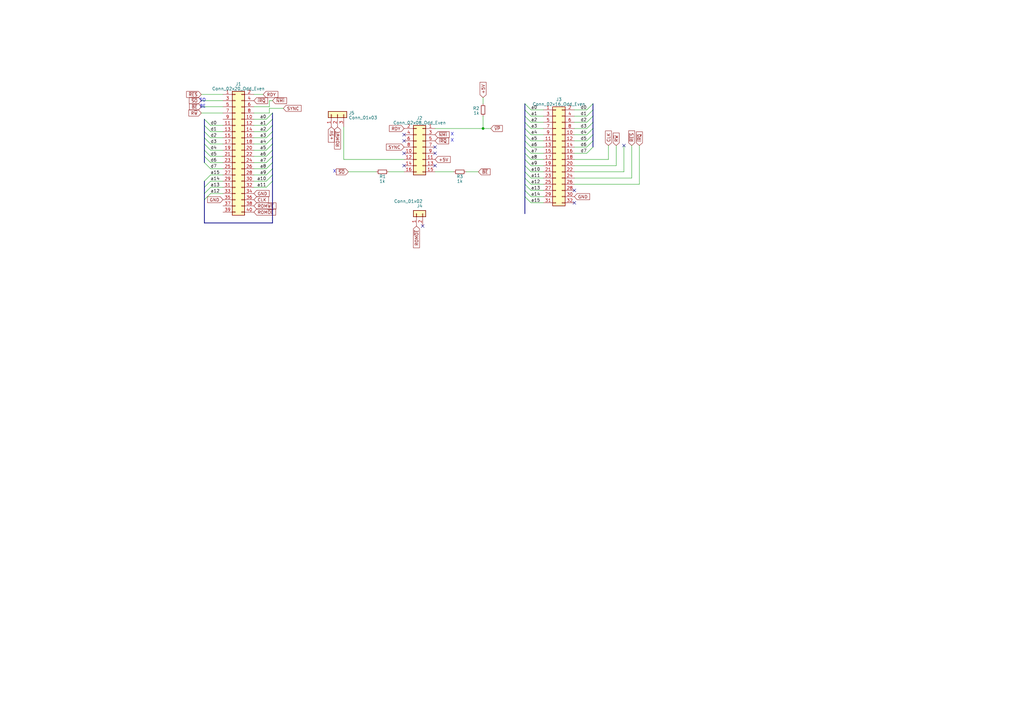
<source format=kicad_sch>
(kicad_sch (version 20230121) (generator eeschema)
  (paper "A3")
  (title_block (title "AT65C02 Hobby Computer") (date "2023-03-15") (rev "Rev003") (company "This AT65C02 version by AdamT117. ") (comment 1 "Revisions to Dawid Buchwald design and additions as marked. ") (comment 2 "Tebl for the Blinkies. Daryl Rictor for the DEC-1 design.") (comment 3 "Based on Ben Eater's design. AndersBNielsen for the \"Simple Universal Modem\" design.") (comment 4 "Original Author: Dawid Buchwald with AT65C02 additions"))
  (lib_symbols
    (symbol "Connector_Generic:Conn_01x02" (pin_names (offset 1.016) hide)
      (property "Reference" "J" (at 0 2.54 0))
      (property "Value" "Conn_01x02" (at 0 -5.08 0))
      (symbol "Conn_01x02_1_1"
        (rectangle (start -1.27 -2.413) (end 0 -2.667) (stroke (width 0.1524)))
        (rectangle (start -1.27 0.127) (end 0 -0.127) (stroke (width 0.1524)))
        (rectangle (start -1.27 1.27) (end 1.27 -3.81) (stroke (width 0.254)) (fill (type background)))
        (pin passive line (at -5.08 0 0) (length 3.81) (name "Pin_1") (number "1"))
        (pin passive line (at -5.08 -2.54 0) (length 3.81) (name "Pin_2") (number "2"))
      )
    )
    (symbol "Connector_Generic:Conn_01x03" (pin_names (offset 1.016) hide)
      (property "Reference" "J" (at 0 5.08 0))
      (property "Value" "Conn_01x03" (at 0 -5.08 0))
      (symbol "Conn_01x03_1_1"
        (rectangle (start -1.27 -2.413) (end 0 -2.667) (stroke (width 0.1524)))
        (rectangle (start -1.27 0.127) (end 0 -0.127) (stroke (width 0.1524)))
        (rectangle (start -1.27 2.667) (end 0 2.413) (stroke (width 0.1524)))
        (rectangle (start -1.27 3.81) (end 1.27 -3.81) (stroke (width 0.254)) (fill (type background)))
        (pin passive line (at -5.08 2.54 0) (length 3.81) (name "Pin_1") (number "1"))
        (pin passive line (at -5.08 0 0) (length 3.81) (name "Pin_2") (number "2"))
        (pin passive line (at -5.08 -2.54 0) (length 3.81) (name "Pin_3") (number "3"))
      )
    )
    (symbol "Connector_Generic:Conn_02x08_Odd_Even" (pin_names (offset 1.016) hide)
      (property "Reference" "J" (at 1.27 10.16 0))
      (property "Value" "Conn_02x08_Odd_Even" (at 1.27 -12.7 0))
      (symbol "Conn_02x08_Odd_Even_1_1"
        (rectangle (start -1.27 -10.033) (end 0 -10.287) (stroke (width 0.1524)))
        (rectangle (start -1.27 -7.493) (end 0 -7.747) (stroke (width 0.1524)))
        (rectangle (start -1.27 -4.953) (end 0 -5.207) (stroke (width 0.1524)))
        (rectangle (start -1.27 -2.413) (end 0 -2.667) (stroke (width 0.1524)))
        (rectangle (start -1.27 0.127) (end 0 -0.127) (stroke (width 0.1524)))
        (rectangle (start -1.27 2.667) (end 0 2.413) (stroke (width 0.1524)))
        (rectangle (start -1.27 5.207) (end 0 4.953) (stroke (width 0.1524)))
        (rectangle (start -1.27 7.747) (end 0 7.493) (stroke (width 0.1524)))
        (rectangle (start -1.27 8.89) (end 3.81 -11.43) (stroke (width 0.254)) (fill (type background)))
        (rectangle (start 3.81 -10.033) (end 2.54 -10.287) (stroke (width 0.1524)))
        (rectangle (start 3.81 -7.493) (end 2.54 -7.747) (stroke (width 0.1524)))
        (rectangle (start 3.81 -4.953) (end 2.54 -5.207) (stroke (width 0.1524)))
        (rectangle (start 3.81 -2.413) (end 2.54 -2.667) (stroke (width 0.1524)))
        (rectangle (start 3.81 0.127) (end 2.54 -0.127) (stroke (width 0.1524)))
        (rectangle (start 3.81 2.667) (end 2.54 2.413) (stroke (width 0.1524)))
        (rectangle (start 3.81 5.207) (end 2.54 4.953) (stroke (width 0.1524)))
        (rectangle (start 3.81 7.747) (end 2.54 7.493) (stroke (width 0.1524)))
        (pin passive line (at -5.08 7.62 0) (length 3.81) (name "Pin_1") (number "1"))
        (pin passive line (at 7.62 -2.54 180) (length 3.81) (name "Pin_10") (number "10"))
        (pin passive line (at -5.08 -5.08 0) (length 3.81) (name "Pin_11") (number "11"))
        (pin passive line (at 7.62 -5.08 180) (length 3.81) (name "Pin_12") (number "12"))
        (pin passive line (at -5.08 -7.62 0) (length 3.81) (name "Pin_13") (number "13"))
        (pin passive line (at 7.62 -7.62 180) (length 3.81) (name "Pin_14") (number "14"))
        (pin passive line (at -5.08 -10.16 0) (length 3.81) (name "Pin_15") (number "15"))
        (pin passive line (at 7.62 -10.16 180) (length 3.81) (name "Pin_16") (number "16"))
        (pin passive line (at 7.62 7.62 180) (length 3.81) (name "Pin_2") (number "2"))
        (pin passive line (at -5.08 5.08 0) (length 3.81) (name "Pin_3") (number "3"))
        (pin passive line (at 7.62 5.08 180) (length 3.81) (name "Pin_4") (number "4"))
        (pin passive line (at -5.08 2.54 0) (length 3.81) (name "Pin_5") (number "5"))
        (pin passive line (at 7.62 2.54 180) (length 3.81) (name "Pin_6") (number "6"))
        (pin passive line (at -5.08 0 0) (length 3.81) (name "Pin_7") (number "7"))
        (pin passive line (at 7.62 0 180) (length 3.81) (name "Pin_8") (number "8"))
        (pin passive line (at -5.08 -2.54 0) (length 3.81) (name "Pin_9") (number "9"))
      )
    )
    (symbol "Connector_Generic:Conn_02x16_Odd_Even" (pin_names (offset 1.016) hide)
      (property "Reference" "J" (at 1.27 20.32 0))
      (property "Value" "Conn_02x16_Odd_Even" (at 1.27 -22.86 0))
      (symbol "Conn_02x16_Odd_Even_1_1"
        (rectangle (start -1.27 -20.193) (end 0 -20.447) (stroke (width 0.1524)))
        (rectangle (start -1.27 -17.653) (end 0 -17.907) (stroke (width 0.1524)))
        (rectangle (start -1.27 -15.113) (end 0 -15.367) (stroke (width 0.1524)))
        (rectangle (start -1.27 -12.573) (end 0 -12.827) (stroke (width 0.1524)))
        (rectangle (start -1.27 -10.033) (end 0 -10.287) (stroke (width 0.1524)))
        (rectangle (start -1.27 -7.493) (end 0 -7.747) (stroke (width 0.1524)))
        (rectangle (start -1.27 -4.953) (end 0 -5.207) (stroke (width 0.1524)))
        (rectangle (start -1.27 -2.413) (end 0 -2.667) (stroke (width 0.1524)))
        (rectangle (start -1.27 0.127) (end 0 -0.127) (stroke (width 0.1524)))
        (rectangle (start -1.27 2.667) (end 0 2.413) (stroke (width 0.1524)))
        (rectangle (start -1.27 5.207) (end 0 4.953) (stroke (width 0.1524)))
        (rectangle (start -1.27 7.747) (end 0 7.493) (stroke (width 0.1524)))
        (rectangle (start -1.27 10.287) (end 0 10.033) (stroke (width 0.1524)))
        (rectangle (start -1.27 12.827) (end 0 12.573) (stroke (width 0.1524)))
        (rectangle (start -1.27 15.367) (end 0 15.113) (stroke (width 0.1524)))
        (rectangle (start -1.27 17.907) (end 0 17.653) (stroke (width 0.1524)))
        (rectangle (start -1.27 19.05) (end 3.81 -21.59) (stroke (width 0.254)) (fill (type background)))
        (rectangle (start 3.81 -20.193) (end 2.54 -20.447) (stroke (width 0.1524)))
        (rectangle (start 3.81 -17.653) (end 2.54 -17.907) (stroke (width 0.1524)))
        (rectangle (start 3.81 -15.113) (end 2.54 -15.367) (stroke (width 0.1524)))
        (rectangle (start 3.81 -12.573) (end 2.54 -12.827) (stroke (width 0.1524)))
        (rectangle (start 3.81 -10.033) (end 2.54 -10.287) (stroke (width 0.1524)))
        (rectangle (start 3.81 -7.493) (end 2.54 -7.747) (stroke (width 0.1524)))
        (rectangle (start 3.81 -4.953) (end 2.54 -5.207) (stroke (width 0.1524)))
        (rectangle (start 3.81 -2.413) (end 2.54 -2.667) (stroke (width 0.1524)))
        (rectangle (start 3.81 0.127) (end 2.54 -0.127) (stroke (width 0.1524)))
        (rectangle (start 3.81 2.667) (end 2.54 2.413) (stroke (width 0.1524)))
        (rectangle (start 3.81 5.207) (end 2.54 4.953) (stroke (width 0.1524)))
        (rectangle (start 3.81 7.747) (end 2.54 7.493) (stroke (width 0.1524)))
        (rectangle (start 3.81 10.287) (end 2.54 10.033) (stroke (width 0.1524)))
        (rectangle (start 3.81 12.827) (end 2.54 12.573) (stroke (width 0.1524)))
        (rectangle (start 3.81 15.367) (end 2.54 15.113) (stroke (width 0.1524)))
        (rectangle (start 3.81 17.907) (end 2.54 17.653) (stroke (width 0.1524)))
        (pin passive line (at -5.08 17.78 0) (length 3.81) (name "Pin_1") (number "1"))
        (pin passive line (at 7.62 7.62 180) (length 3.81) (name "Pin_10") (number "10"))
        (pin passive line (at -5.08 5.08 0) (length 3.81) (name "Pin_11") (number "11"))
        (pin passive line (at 7.62 5.08 180) (length 3.81) (name "Pin_12") (number "12"))
        (pin passive line (at -5.08 2.54 0) (length 3.81) (name "Pin_13") (number "13"))
        (pin passive line (at 7.62 2.54 180) (length 3.81) (name "Pin_14") (number "14"))
        (pin passive line (at -5.08 0 0) (length 3.81) (name "Pin_15") (number "15"))
        (pin passive line (at 7.62 0 180) (length 3.81) (name "Pin_16") (number "16"))
        (pin passive line (at -5.08 -2.54 0) (length 3.81) (name "Pin_17") (number "17"))
        (pin passive line (at 7.62 -2.54 180) (length 3.81) (name "Pin_18") (number "18"))
        (pin passive line (at -5.08 -5.08 0) (length 3.81) (name "Pin_19") (number "19"))
        (pin passive line (at 7.62 17.78 180) (length 3.81) (name "Pin_2") (number "2"))
        (pin passive line (at 7.62 -5.08 180) (length 3.81) (name "Pin_20") (number "20"))
        (pin passive line (at -5.08 -7.62 0) (length 3.81) (name "Pin_21") (number "21"))
        (pin passive line (at 7.62 -7.62 180) (length 3.81) (name "Pin_22") (number "22"))
        (pin passive line (at -5.08 -10.16 0) (length 3.81) (name "Pin_23") (number "23"))
        (pin passive line (at 7.62 -10.16 180) (length 3.81) (name "Pin_24") (number "24"))
        (pin passive line (at -5.08 -12.7 0) (length 3.81) (name "Pin_25") (number "25"))
        (pin passive line (at 7.62 -12.7 180) (length 3.81) (name "Pin_26") (number "26"))
        (pin passive line (at -5.08 -15.24 0) (length 3.81) (name "Pin_27") (number "27"))
        (pin passive line (at 7.62 -15.24 180) (length 3.81) (name "Pin_28") (number "28"))
        (pin passive line (at -5.08 -17.78 0) (length 3.81) (name "Pin_29") (number "29"))
        (pin passive line (at -5.08 15.24 0) (length 3.81) (name "Pin_3") (number "3"))
        (pin passive line (at 7.62 -17.78 180) (length 3.81) (name "Pin_30") (number "30"))
        (pin passive line (at -5.08 -20.32 0) (length 3.81) (name "Pin_31") (number "31"))
        (pin passive line (at 7.62 -20.32 180) (length 3.81) (name "Pin_32") (number "32"))
        (pin passive line (at 7.62 15.24 180) (length 3.81) (name "Pin_4") (number "4"))
        (pin passive line (at -5.08 12.7 0) (length 3.81) (name "Pin_5") (number "5"))
        (pin passive line (at 7.62 12.7 180) (length 3.81) (name "Pin_6") (number "6"))
        (pin passive line (at -5.08 10.16 0) (length 3.81) (name "Pin_7") (number "7"))
        (pin passive line (at 7.62 10.16 180) (length 3.81) (name "Pin_8") (number "8"))
        (pin passive line (at -5.08 7.62 0) (length 3.81) (name "Pin_9") (number "9"))
      )
    )
    (symbol "Connector_Generic:Conn_02x20_Odd_Even" (pin_names (offset 1.016) hide)
      (property "Reference" "J" (at 1.27 25.4 0))
      (property "Value" "Conn_02x20_Odd_Even" (at 1.27 -27.94 0))
      (symbol "Conn_02x20_Odd_Even_1_1"
        (rectangle (start -1.27 -25.273) (end 0 -25.527) (stroke (width 0.1524)))
        (rectangle (start -1.27 -22.733) (end 0 -22.987) (stroke (width 0.1524)))
        (rectangle (start -1.27 -20.193) (end 0 -20.447) (stroke (width 0.1524)))
        (rectangle (start -1.27 -17.653) (end 0 -17.907) (stroke (width 0.1524)))
        (rectangle (start -1.27 -15.113) (end 0 -15.367) (stroke (width 0.1524)))
        (rectangle (start -1.27 -12.573) (end 0 -12.827) (stroke (width 0.1524)))
        (rectangle (start -1.27 -10.033) (end 0 -10.287) (stroke (width 0.1524)))
        (rectangle (start -1.27 -7.493) (end 0 -7.747) (stroke (width 0.1524)))
        (rectangle (start -1.27 -4.953) (end 0 -5.207) (stroke (width 0.1524)))
        (rectangle (start -1.27 -2.413) (end 0 -2.667) (stroke (width 0.1524)))
        (rectangle (start -1.27 0.127) (end 0 -0.127) (stroke (width 0.1524)))
        (rectangle (start -1.27 2.667) (end 0 2.413) (stroke (width 0.1524)))
        (rectangle (start -1.27 5.207) (end 0 4.953) (stroke (width 0.1524)))
        (rectangle (start -1.27 7.747) (end 0 7.493) (stroke (width 0.1524)))
        (rectangle (start -1.27 10.287) (end 0 10.033) (stroke (width 0.1524)))
        (rectangle (start -1.27 12.827) (end 0 12.573) (stroke (width 0.1524)))
        (rectangle (start -1.27 15.367) (end 0 15.113) (stroke (width 0.1524)))
        (rectangle (start -1.27 17.907) (end 0 17.653) (stroke (width 0.1524)))
        (rectangle (start -1.27 20.447) (end 0 20.193) (stroke (width 0.1524)))
        (rectangle (start -1.27 22.987) (end 0 22.733) (stroke (width 0.1524)))
        (rectangle (start -1.27 24.13) (end 3.81 -26.67) (stroke (width 0.254)) (fill (type background)))
        (rectangle (start 3.81 -25.273) (end 2.54 -25.527) (stroke (width 0.1524)))
        (rectangle (start 3.81 -22.733) (end 2.54 -22.987) (stroke (width 0.1524)))
        (rectangle (start 3.81 -20.193) (end 2.54 -20.447) (stroke (width 0.1524)))
        (rectangle (start 3.81 -17.653) (end 2.54 -17.907) (stroke (width 0.1524)))
        (rectangle (start 3.81 -15.113) (end 2.54 -15.367) (stroke (width 0.1524)))
        (rectangle (start 3.81 -12.573) (end 2.54 -12.827) (stroke (width 0.1524)))
        (rectangle (start 3.81 -10.033) (end 2.54 -10.287) (stroke (width 0.1524)))
        (rectangle (start 3.81 -7.493) (end 2.54 -7.747) (stroke (width 0.1524)))
        (rectangle (start 3.81 -4.953) (end 2.54 -5.207) (stroke (width 0.1524)))
        (rectangle (start 3.81 -2.413) (end 2.54 -2.667) (stroke (width 0.1524)))
        (rectangle (start 3.81 0.127) (end 2.54 -0.127) (stroke (width 0.1524)))
        (rectangle (start 3.81 2.667) (end 2.54 2.413) (stroke (width 0.1524)))
        (rectangle (start 3.81 5.207) (end 2.54 4.953) (stroke (width 0.1524)))
        (rectangle (start 3.81 7.747) (end 2.54 7.493) (stroke (width 0.1524)))
        (rectangle (start 3.81 10.287) (end 2.54 10.033) (stroke (width 0.1524)))
        (rectangle (start 3.81 12.827) (end 2.54 12.573) (stroke (width 0.1524)))
        (rectangle (start 3.81 15.367) (end 2.54 15.113) (stroke (width 0.1524)))
        (rectangle (start 3.81 17.907) (end 2.54 17.653) (stroke (width 0.1524)))
        (rectangle (start 3.81 20.447) (end 2.54 20.193) (stroke (width 0.1524)))
        (rectangle (start 3.81 22.987) (end 2.54 22.733) (stroke (width 0.1524)))
        (pin passive line (at -5.08 22.86 0) (length 3.81) (name "Pin_1") (number "1"))
        (pin passive line (at 7.62 12.7 180) (length 3.81) (name "Pin_10") (number "10"))
        (pin passive line (at -5.08 10.16 0) (length 3.81) (name "Pin_11") (number "11"))
        (pin passive line (at 7.62 10.16 180) (length 3.81) (name "Pin_12") (number "12"))
        (pin passive line (at -5.08 7.62 0) (length 3.81) (name "Pin_13") (number "13"))
        (pin passive line (at 7.62 7.62 180) (length 3.81) (name "Pin_14") (number "14"))
        (pin passive line (at -5.08 5.08 0) (length 3.81) (name "Pin_15") (number "15"))
        (pin passive line (at 7.62 5.08 180) (length 3.81) (name "Pin_16") (number "16"))
        (pin passive line (at -5.08 2.54 0) (length 3.81) (name "Pin_17") (number "17"))
        (pin passive line (at 7.62 2.54 180) (length 3.81) (name "Pin_18") (number "18"))
        (pin passive line (at -5.08 0 0) (length 3.81) (name "Pin_19") (number "19"))
        (pin passive line (at 7.62 22.86 180) (length 3.81) (name "Pin_2") (number "2"))
        (pin passive line (at 7.62 0 180) (length 3.81) (name "Pin_20") (number "20"))
        (pin passive line (at -5.08 -2.54 0) (length 3.81) (name "Pin_21") (number "21"))
        (pin passive line (at 7.62 -2.54 180) (length 3.81) (name "Pin_22") (number "22"))
        (pin passive line (at -5.08 -5.08 0) (length 3.81) (name "Pin_23") (number "23"))
        (pin passive line (at 7.62 -5.08 180) (length 3.81) (name "Pin_24") (number "24"))
        (pin passive line (at -5.08 -7.62 0) (length 3.81) (name "Pin_25") (number "25"))
        (pin passive line (at 7.62 -7.62 180) (length 3.81) (name "Pin_26") (number "26"))
        (pin passive line (at -5.08 -10.16 0) (length 3.81) (name "Pin_27") (number "27"))
        (pin passive line (at 7.62 -10.16 180) (length 3.81) (name "Pin_28") (number "28"))
        (pin passive line (at -5.08 -12.7 0) (length 3.81) (name "Pin_29") (number "29"))
        (pin passive line (at -5.08 20.32 0) (length 3.81) (name "Pin_3") (number "3"))
        (pin passive line (at 7.62 -12.7 180) (length 3.81) (name "Pin_30") (number "30"))
        (pin passive line (at -5.08 -15.24 0) (length 3.81) (name "Pin_31") (number "31"))
        (pin passive line (at 7.62 -15.24 180) (length 3.81) (name "Pin_32") (number "32"))
        (pin passive line (at -5.08 -17.78 0) (length 3.81) (name "Pin_33") (number "33"))
        (pin passive line (at 7.62 -17.78 180) (length 3.81) (name "Pin_34") (number "34"))
        (pin passive line (at -5.08 -20.32 0) (length 3.81) (name "Pin_35") (number "35"))
        (pin passive line (at 7.62 -20.32 180) (length 3.81) (name "Pin_36") (number "36"))
        (pin passive line (at -5.08 -22.86 0) (length 3.81) (name "Pin_37") (number "37"))
        (pin passive line (at 7.62 -22.86 180) (length 3.81) (name "Pin_38") (number "38"))
        (pin passive line (at -5.08 -25.4 0) (length 3.81) (name "Pin_39") (number "39"))
        (pin passive line (at 7.62 20.32 180) (length 3.81) (name "Pin_4") (number "4"))
        (pin passive line (at 7.62 -25.4 180) (length 3.81) (name "Pin_40") (number "40"))
        (pin passive line (at -5.08 17.78 0) (length 3.81) (name "Pin_5") (number "5"))
        (pin passive line (at 7.62 17.78 180) (length 3.81) (name "Pin_6") (number "6"))
        (pin passive line (at -5.08 15.24 0) (length 3.81) (name "Pin_7") (number "7"))
        (pin passive line (at 7.62 15.24 180) (length 3.81) (name "Pin_8") (number "8"))
        (pin passive line (at -5.08 12.7 0) (length 3.81) (name "Pin_9") (number "9"))
      )
    )
    (symbol "Device:R_Small" (pin_numbers hide) (pin_names (offset 0.254) hide)
      (property "Reference" "R" (at 0.762 0.508 0))
      (property "Value" "R_Small" (at 0.762 -1.016 0))
      (symbol "R_Small_0_1"
        (rectangle (start -0.762 1.778) (end 0.762 -1.778) (stroke (width 0.2032)))
      )
      (symbol "R_Small_1_1"
        (pin passive line (at 0 2.54 270) (length 0.762) (name "~") (number "1"))
        (pin passive line (at 0 -2.54 90) (length 0.762) (name "~") (number "2"))
      )
    )
  )
  (junction (at 198.12 52.705))
  (no_connect (at 165.735 67.945))
  (no_connect (at 173.355 92.71))
  (no_connect (at 178.435 67.945))
  (no_connect (at 255.905 59.69))
  (no_connect (at 235.585 83.185))
  (no_connect (at 235.585 78.105))
  (no_connect (at 178.435 62.865))
  (no_connect (at 165.735 57.785))
  (no_connect (at 165.735 62.865))
  (no_connect (at 165.735 55.245))
  (no_connect (at 178.435 60.325))
  (bus_entry (at 215.265 45.085) (size 2.54 2.54))
  (bus_entry (at 215.265 75.565) (size 2.54 2.54))
  (bus_entry (at 215.265 42.545) (size 2.54 2.54))
  (bus_entry (at 111.76 61.595) (size -2.54 2.54))
  (bus_entry (at 215.265 50.165) (size 2.54 2.54))
  (bus_entry (at 111.76 71.755) (size -2.54 2.54))
  (bus_entry (at 240.665 60.325) (size 2.54 -2.54))
  (bus_entry (at 111.76 56.515) (size -2.54 2.54))
  (bus_entry (at 111.76 64.135) (size -2.54 2.54))
  (bus_entry (at 240.665 62.865) (size 2.54 -2.54))
  (bus_entry (at 240.665 52.705) (size 2.54 -2.54))
  (bus_entry (at 240.665 50.165) (size 2.54 -2.54))
  (bus_entry (at 215.265 55.245) (size 2.54 2.54))
  (bus_entry (at 83.82 81.915) (size 2.54 -2.54))
  (bus_entry (at 240.665 55.245) (size 2.54 -2.54))
  (bus_entry (at 215.265 73.025) (size 2.54 2.54))
  (bus_entry (at 86.36 53.975) (size -2.54 -2.54))
  (bus_entry (at 215.265 62.865) (size 2.54 2.54))
  (bus_entry (at 215.265 70.485) (size 2.54 2.54))
  (bus_entry (at 240.665 45.085) (size 2.54 -2.54))
  (bus_entry (at 86.36 61.595) (size -2.54 -2.54))
  (bus_entry (at 86.36 59.055) (size -2.54 -2.54))
  (bus_entry (at 215.265 80.645) (size 2.54 2.54))
  (bus_entry (at 215.265 60.325) (size 2.54 2.54))
  (bus_entry (at 215.265 52.705) (size 2.54 2.54))
  (bus_entry (at 83.82 79.375) (size 2.54 -2.54))
  (bus_entry (at 111.76 51.435) (size -2.54 2.54))
  (bus_entry (at 240.665 57.785) (size 2.54 -2.54))
  (bus_entry (at 215.265 47.625) (size 2.54 2.54))
  (bus_entry (at 83.82 74.295) (size 2.54 -2.54))
  (bus_entry (at 86.36 64.135) (size -2.54 -2.54))
  (bus_entry (at 111.76 69.215) (size -2.54 2.54))
  (bus_entry (at 215.265 57.785) (size 2.54 2.54))
  (bus_entry (at 111.76 48.895) (size -2.54 2.54))
  (bus_entry (at 111.76 59.055) (size -2.54 2.54))
  (bus_entry (at 215.265 67.945) (size 2.54 2.54))
  (bus_entry (at 86.36 69.215) (size -2.54 -2.54))
  (bus_entry (at 240.665 47.625) (size 2.54 -2.54))
  (bus_entry (at 83.82 76.835) (size 2.54 -2.54))
  (bus_entry (at 86.36 56.515) (size -2.54 -2.54))
  (bus_entry (at 111.76 66.675) (size -2.54 2.54))
  (bus_entry (at 111.76 74.295) (size -2.54 2.54))
  (bus_entry (at 111.76 53.975) (size -2.54 2.54))
  (bus_entry (at 111.76 46.355) (size -2.54 2.54))
  (bus_entry (at 86.36 66.675) (size -2.54 -2.54))
  (bus_entry (at 215.265 65.405) (size 2.54 2.54))
  (bus_entry (at 86.36 51.435) (size -2.54 -2.54))
  (bus_entry (at 215.265 78.105) (size 2.54 2.54))
  (wire (pts (xy 140.97 52.07) (xy 140.97 65.405)))
  (bus (pts (xy 111.76 46.355) (xy 111.76 48.895)))
  (bus (pts (xy 111.76 56.515) (xy 111.76 59.055)))
  (bus (pts (xy 111.76 48.895) (xy 111.76 51.435)))
  (wire (pts (xy 91.44 38.735) (xy 82.55 38.735)))
  (wire (pts (xy 222.885 65.405) (xy 217.805 65.405)))
  (wire (pts (xy 91.44 43.815) (xy 82.55 43.815)))
  (wire (pts (xy 104.14 51.435) (xy 109.22 51.435)))
  (bus (pts (xy 83.82 59.055) (xy 83.82 61.595)))
  (wire (pts (xy 140.97 65.405) (xy 165.735 65.405)))
  (wire (pts (xy 91.44 69.215) (xy 86.36 69.215)))
  (wire (pts (xy 104.14 48.895) (xy 109.22 48.895)))
  (wire (pts (xy 259.08 59.69) (xy 259.08 73.025)))
  (bus (pts (xy 215.265 45.085) (xy 215.265 47.625)))
  (bus (pts (xy 215.265 78.105) (xy 215.265 80.645)))
  (wire (pts (xy 110.49 43.815) (xy 110.49 41.275)))
  (bus (pts (xy 111.76 59.055) (xy 111.76 61.595)))
  (wire (pts (xy 217.805 78.105) (xy 222.885 78.105)))
  (bus (pts (xy 215.265 57.785) (xy 215.265 60.325)))
  (wire (pts (xy 235.585 67.945) (xy 252.73 67.945)))
  (wire (pts (xy 222.885 62.865) (xy 217.805 62.865)))
  (wire (pts (xy 235.585 75.565) (xy 262.255 75.565)))
  (wire (pts (xy 235.585 62.865) (xy 240.665 62.865)))
  (bus (pts (xy 215.265 75.565) (xy 215.265 78.105)))
  (wire (pts (xy 142.875 70.485) (xy 154.305 70.485)))
  (wire (pts (xy 91.44 66.675) (xy 86.36 66.675)))
  (bus (pts (xy 215.265 60.325) (xy 215.265 62.865)))
  (wire (pts (xy 235.585 45.085) (xy 240.665 45.085)))
  (bus (pts (xy 83.82 48.895) (xy 83.82 51.435)))
  (bus (pts (xy 243.205 50.165) (xy 243.205 52.705)))
  (bus (pts (xy 215.265 55.245) (xy 215.265 57.785)))
  (wire (pts (xy 86.36 71.755) (xy 91.44 71.755)))
  (wire (pts (xy 222.885 57.785) (xy 217.805 57.785)))
  (wire (pts (xy 217.805 83.185) (xy 222.885 83.185)))
  (wire (pts (xy 91.44 46.355) (xy 82.55 46.355)))
  (wire (pts (xy 262.255 59.69) (xy 262.255 75.565)))
  (wire (pts (xy 91.44 41.275) (xy 82.55 41.275)))
  (bus (pts (xy 111.76 51.435) (xy 111.76 53.975)))
  (bus (pts (xy 83.82 81.915) (xy 83.82 91.44)))
  (wire (pts (xy 104.14 38.735) (xy 107.95 38.735)))
  (wire (pts (xy 91.44 56.515) (xy 86.36 56.515)))
  (wire (pts (xy 91.44 59.055) (xy 86.36 59.055)))
  (bus (pts (xy 83.82 79.375) (xy 83.82 76.835)))
  (bus (pts (xy 83.82 76.835) (xy 83.82 74.295)))
  (bus (pts (xy 83.82 81.915) (xy 83.82 79.375)))
  (wire (pts (xy 178.435 70.485) (xy 186.055 70.485)))
  (wire (pts (xy 104.14 76.835) (xy 109.22 76.835)))
  (bus (pts (xy 243.205 42.545) (xy 243.205 45.085)))
  (bus (pts (xy 215.265 67.945) (xy 215.265 70.485)))
  (wire (pts (xy 91.44 61.595) (xy 86.36 61.595)))
  (wire (pts (xy 235.585 47.625) (xy 240.665 47.625)))
  (wire (pts (xy 222.885 67.945) (xy 217.805 67.945)))
  (bus (pts (xy 111.76 69.215) (xy 111.76 71.755)))
  (wire (pts (xy 217.805 75.565) (xy 222.885 75.565)))
  (bus (pts (xy 111.76 71.755) (xy 111.76 74.295)))
  (wire (pts (xy 222.885 47.625) (xy 217.805 47.625)))
  (wire (pts (xy 222.885 70.485) (xy 217.805 70.485)))
  (bus (pts (xy 83.82 53.975) (xy 83.82 56.515)))
  (wire (pts (xy 235.585 57.785) (xy 240.665 57.785)))
  (wire (pts (xy 104.14 71.755) (xy 109.22 71.755)))
  (wire (pts (xy 222.885 55.245) (xy 217.805 55.245)))
  (bus (pts (xy 83.82 51.435) (xy 83.82 53.975)))
  (wire (pts (xy 86.36 79.375) (xy 91.44 79.375)))
  (wire (pts (xy 198.12 40.005) (xy 198.12 42.545)))
  (wire (pts (xy 222.885 52.705) (xy 217.805 52.705)))
  (wire (pts (xy 104.14 53.975) (xy 109.22 53.975)))
  (wire (pts (xy 235.585 52.705) (xy 240.665 52.705)))
  (bus (pts (xy 215.265 65.405) (xy 215.265 67.945)))
  (wire (pts (xy 86.36 74.295) (xy 91.44 74.295)))
  (bus (pts (xy 111.76 61.595) (xy 111.76 64.135)))
  (wire (pts (xy 91.44 64.135) (xy 86.36 64.135)))
  (bus (pts (xy 243.205 55.245) (xy 243.205 57.785)))
  (wire (pts (xy 110.49 46.355) (xy 110.49 44.45)))
  (bus (pts (xy 111.76 53.975) (xy 111.76 56.515)))
  (wire (pts (xy 222.885 60.325) (xy 217.805 60.325)))
  (wire (pts (xy 104.14 64.135) (xy 109.22 64.135)))
  (bus (pts (xy 111.76 74.295) (xy 111.76 91.44)))
  (bus (pts (xy 215.265 50.165) (xy 215.265 52.705)))
  (bus (pts (xy 83.82 64.135) (xy 83.82 66.675)))
  (wire (pts (xy 104.14 69.215) (xy 109.22 69.215)))
  (wire (pts (xy 235.585 65.405) (xy 249.555 65.405)))
  (wire (pts (xy 104.14 59.055) (xy 109.22 59.055)))
  (wire (pts (xy 178.435 52.705) (xy 198.12 52.705)))
  (wire (pts (xy 222.885 73.025) (xy 217.805 73.025)))
  (bus (pts (xy 83.82 61.595) (xy 83.82 64.135)))
  (wire (pts (xy 222.885 45.085) (xy 217.805 45.085)))
  (wire (pts (xy 222.885 50.165) (xy 217.805 50.165)))
  (bus (pts (xy 215.265 62.865) (xy 215.265 65.405)))
  (wire (pts (xy 104.14 46.355) (xy 110.49 46.355)))
  (wire (pts (xy 104.14 74.295) (xy 109.22 74.295)))
  (wire (pts (xy 91.44 51.435) (xy 86.36 51.435)))
  (wire (pts (xy 235.585 73.025) (xy 259.08 73.025)))
  (wire (pts (xy 235.585 70.485) (xy 255.905 70.485)))
  (bus (pts (xy 215.265 73.025) (xy 215.265 75.565)))
  (wire (pts (xy 235.585 60.325) (xy 240.665 60.325)))
  (wire (pts (xy 201.295 52.705) (xy 198.12 52.705)))
  (wire (pts (xy 198.12 47.625) (xy 198.12 52.705)))
  (wire (pts (xy 235.585 55.245) (xy 240.665 55.245)))
  (wire (pts (xy 104.14 61.595) (xy 109.22 61.595)))
  (wire (pts (xy 91.44 53.975) (xy 86.36 53.975)))
  (bus (pts (xy 215.265 47.625) (xy 215.265 50.165)))
  (bus (pts (xy 243.205 47.625) (xy 243.205 50.165)))
  (wire (pts (xy 104.14 43.815) (xy 110.49 43.815)))
  (wire (pts (xy 104.14 56.515) (xy 109.22 56.515)))
  (bus (pts (xy 111.76 66.675) (xy 111.76 69.215)))
  (wire (pts (xy 191.135 70.485) (xy 196.215 70.485)))
  (wire (pts (xy 104.14 66.675) (xy 109.22 66.675)))
  (wire (pts (xy 111.76 41.275) (xy 110.49 41.275)))
  (bus (pts (xy 243.205 52.705) (xy 243.205 55.245)))
  (wire (pts (xy 252.73 59.69) (xy 252.73 67.945)))
  (wire (pts (xy 217.805 80.645) (xy 222.885 80.645)))
  (wire (pts (xy 249.555 59.69) (xy 249.555 65.405)))
  (wire (pts (xy 159.385 70.485) (xy 165.735 70.485)))
  (bus (pts (xy 83.82 91.44) (xy 111.76 91.44)))
  (bus (pts (xy 215.265 80.645) (xy 215.265 87.63)))
  (wire (pts (xy 86.36 76.835) (xy 91.44 76.835)))
  (bus (pts (xy 83.82 56.515) (xy 83.82 59.055)))
  (wire (pts (xy 235.585 50.165) (xy 240.665 50.165)))
  (wire (pts (xy 255.905 59.69) (xy 255.905 70.485)))
  (wire (pts (xy 116.205 44.45) (xy 110.49 44.45)))
  (bus (pts (xy 215.265 42.545) (xy 215.265 45.085)))
  (bus (pts (xy 243.205 57.785) (xy 243.205 60.325)))
  (bus (pts (xy 215.265 70.485) (xy 215.265 73.025)))
  (bus (pts (xy 111.76 64.135) (xy 111.76 66.675)))
  (bus (pts (xy 243.205 45.085) (xy 243.205 47.625)))
  (bus (pts (xy 215.265 52.705) (xy 215.265 55.245)))
  (text "X" (at 184.785 58.42 0) (effects (font (size 1.27 1.27)) (justify left bottom)))
  (text "X" (at 136.525 71.12 0) (effects (font (size 1.27 1.27)) (justify left bottom)))
  (text "SO" (at 84.455 41.91 0) (effects (font (size 1.27 1.27)) (justify right bottom)))
  (text "BE" (at 84.455 44.45 0) (effects (font (size 1.27 1.27)) (justify right bottom)))
  (text "X" (at 184.785 55.88 0) (effects (font (size 1.27 1.27)) (justify left bottom)))
  (label "a10" (at 109.22 74.295 180))
  (label "a14" (at 217.805 80.645 0))
  (label "d6" (at 240.665 60.325 180))
  (label "d7" (at 240.665 62.865 180))
  (label "a1" (at 109.22 51.435 180))
  (label "a3" (at 217.805 52.705 0))
  (label "a14" (at 86.36 74.295 0))
  (label "d2" (at 240.665 50.165 180))
  (label "d0" (at 86.36 51.435 0))
  (label "a12" (at 217.805 75.565 0))
  (label "a11" (at 109.22 76.835 180))
  (label "d2" (at 86.36 56.515 0))
  (label "a12" (at 86.36 79.375 0))
  (label "d0" (at 240.665 45.085 180))
  (label "a5" (at 217.805 57.785 0))
  (label "a6" (at 109.22 64.135 180))
  (label "a0" (at 109.22 48.895 180))
  (label "d3" (at 240.665 52.705 180))
  (label "a8" (at 109.22 69.215 180))
  (label "a0" (at 217.805 45.085 0))
  (label "d4" (at 86.36 61.595 0))
  (label "d1" (at 86.36 53.975 0))
  (label "a5" (at 109.22 61.595 180))
  (label "a15" (at 86.36 71.755 0))
  (label "a8" (at 217.805 65.405 0))
  (label "d4" (at 240.665 55.245 180))
  (label "a9" (at 217.805 67.945 0))
  (label "d5" (at 240.665 57.785 180))
  (label "a7" (at 217.805 62.865 0))
  (label "a7" (at 109.22 66.675 180))
  (label "a2" (at 217.805 50.165 0))
  (label "a11" (at 217.805 73.025 0))
  (label "d7" (at 86.36 69.215 0))
  (label "a13" (at 86.36 76.835 0))
  (label "a3" (at 109.22 56.515 180))
  (label "a10" (at 217.805 70.485 0))
  (label "a4" (at 109.22 59.055 180))
  (label "a4" (at 217.805 55.245 0))
  (label "d3" (at 86.36 59.055 0))
  (label "a1" (at 217.805 47.625 0))
  (label "a13" (at 217.805 78.105 0))
  (label "d5" (at 86.36 64.135 0))
  (label "a6" (at 217.805 60.325 0))
  (label "a9" (at 109.22 71.755 180))
  (label "a15" (at 217.805 83.185 0))
  (label "d1" (at 240.665 47.625 180))
  (label "a2" (at 109.22 53.975 180))
  (label "d6" (at 86.36 66.675 0))
  (global_label "~{RES}" (shape input) (at 82.55 38.735 180) (property "Intersheetrefs" "${INTERSHEET_REFS}" (effects hide)))
  (global_label "RDY" (shape input) (at 165.735 52.705 180) (property "Intersheetrefs" "${INTERSHEET_REFS}" (effects hide)))
  (global_label "ROM~{OE}" (shape input) (at 170.815 92.71 270) (property "Intersheetrefs" "${INTERSHEET_REFS}" (effects hide)))
  (global_label "~{VP}" (shape input) (at 201.295 52.705 0) (property "Intersheetrefs" "${INTERSHEET_REFS}" (effects hide)))
  (global_label "GND" (shape input) (at 91.44 81.915 180) (property "Intersheetrefs" "${INTERSHEET_REFS}" (effects hide)))
  (global_label "~{RES}" (shape input) (at 259.08 59.69 90) (property "Intersheetrefs" "${INTERSHEET_REFS}" (effects hide)))
  (global_label "~{BE}" (shape input) (at 196.215 70.485 0) (property "Intersheetrefs" "${INTERSHEET_REFS}" (effects hide)))
  (global_label "ROM~{OE}" (shape input) (at 104.14 86.995 0) (property "Intersheetrefs" "${INTERSHEET_REFS}" (effects hide)))
  (global_label "~{SO}" (shape input) (at 142.875 70.485 180) (property "Intersheetrefs" "${INTERSHEET_REFS}" (effects hide)))
  (global_label "~{BE}" (shape input) (at 82.55 43.815 180) (property "Intersheetrefs" "${INTERSHEET_REFS}" (effects hide)))
  (global_label "R~{W}" (shape input) (at 82.55 46.355 180) (property "Intersheetrefs" "${INTERSHEET_REFS}" (effects hide)))
  (global_label "+5V" (shape input) (at 198.12 40.005 90) (property "Intersheetrefs" "${INTERSHEET_REFS}" (effects hide)))
  (global_label "RDY" (shape input) (at 107.95 38.735 0) (property "Intersheetrefs" "${INTERSHEET_REFS}" (effects hide)))
  (global_label "CLK" (shape input) (at 104.14 81.915 0) (property "Intersheetrefs" "${INTERSHEET_REFS}" (effects hide)))
  (global_label "R~{W}" (shape input) (at 252.73 59.69 90) (property "Intersheetrefs" "${INTERSHEET_REFS}" (effects hide)))
  (global_label "~{NMI}" (shape input) (at 178.435 55.245 0) (property "Intersheetrefs" "${INTERSHEET_REFS}" (effects hide)))
  (global_label "SYNC" (shape input) (at 116.205 44.45 0) (property "Intersheetrefs" "${INTERSHEET_REFS}" (effects hide)))
  (global_label "+5V" (shape input) (at 178.435 65.405 0) (property "Intersheetrefs" "${INTERSHEET_REFS}" (effects hide)))
  (global_label "~{IRQ}" (shape input) (at 178.435 57.785 0) (property "Intersheetrefs" "${INTERSHEET_REFS}" (effects hide)))
  (global_label "~{IRQ}" (shape input) (at 262.255 59.69 90) (property "Intersheetrefs" "${INTERSHEET_REFS}" (effects hide)))
  (global_label "ROM~{WE}" (shape input) (at 104.14 84.455 0) (property "Intersheetrefs" "${INTERSHEET_REFS}" (effects hide)))
  (global_label "~{SO}" (shape input) (at 82.55 41.275 180) (property "Intersheetrefs" "${INTERSHEET_REFS}" (effects hide)))
  (global_label "~{IRQ}" (shape input) (at 104.14 41.275 0) (property "Intersheetrefs" "${INTERSHEET_REFS}" (effects hide)))
  (global_label "SYNC" (shape input) (at 165.735 60.325 180) (property "Intersheetrefs" "${INTERSHEET_REFS}" (effects hide)))
  (global_label "~{NMI}" (shape input) (at 111.76 41.275 0) (property "Intersheetrefs" "${INTERSHEET_REFS}" (effects hide)))
  (global_label "GND" (shape input) (at 235.585 80.645 0) (property "Intersheetrefs" "${INTERSHEET_REFS}" (effects hide)))
  (global_label "ROM~{WE}" (shape input) (at 138.43 52.07 270) (property "Intersheetrefs" "${INTERSHEET_REFS}" (effects hide)))
  (global_label "CLK" (shape input) (at 249.555 59.69 90) (property "Intersheetrefs" "${INTERSHEET_REFS}" (effects hide)))
  (global_label "+5V" (shape input) (at 135.89 52.07 270) (property "Intersheetrefs" "${INTERSHEET_REFS}" (effects hide)))
  (global_label "GND" (shape input) (at 104.14 79.375 0) (property "Intersheetrefs" "${INTERSHEET_REFS}" (effects hide)))
  (symbol (lib_id "Connector_Generic:Conn_02x16_Odd_Even") (at 227.965 62.865 0) (unit 1)
    (property "Reference" "J3" (at 229.235 40.8051 0))
    (property "Value" "Conn_02x16_Odd_Even" (at 229.235 42.7261 0))
    (property "Footprint" "Connector_PinHeader_2.54mm:PinHeader_2x16_P2.54mm_Vertical" (effects hide))
  )
  (symbol (lib_id "Connector_Generic:Conn_02x20_Odd_Even") (at 96.52 61.595 0) (unit 1)
    (property "Reference" "J1" (at 97.79 34.4551 0))
    (property "Value" "Conn_02x20_Odd_Even" (at 97.79 36.3761 0))
    (property "Footprint" "Connector_IDC:IDC-Header_2x20_P2.54mm_Vertical" (effects hide))
  )
  (symbol (lib_id "Connector_Generic:Conn_01x02") (at 170.815 87.63 90) (unit 1)
    (property "Reference" "J4" (at 173.355 84.455 90) (effects (justify left)))
    (property "Value" "Conn_01x02" (at 173.355 82.534 90) (effects (justify left)))
    (property "Footprint" "Connector_PinHeader_2.54mm:PinHeader_1x02_P2.54mm_Vertical" (effects hide))
  )
  (symbol (lib_id "Connector_Generic:Conn_01x03") (at 138.43 46.99 90) (unit 1)
    (property "Reference" "J5" (at 143.002 46.3463 90) (effects (justify right)))
    (property "Value" "Conn_01x03" (at 143.002 48.2673 90) (effects (justify right)))
    (property "Footprint" "Connector_PinHeader_2.54mm:PinHeader_1x03_P2.54mm_Vertical" (effects hide))
  )
  (symbol (lib_id "Device:R_Small") (at 188.595 70.485 270) (unit 1)
    (property "Reference" "R3" (at 188.595 72.39 90))
    (property "Value" "1k" (at 188.595 74.311 90))
    (property "Footprint" "Resistor_THT:R_Axial_DIN0207_L6.3mm_D2.5mm_P7.62mm_Horizontal" (effects hide))
  )
  (symbol (lib_id "Connector_Generic:Conn_02x08_Odd_Even") (at 173.355 60.325 0) (mirror y) (unit 1)
    (property "Reference" "J2" (at 172.085 48.4251 0))
    (property "Value" "Conn_02x08_Odd_Even" (at 172.085 50.3461 0))
    (property "Footprint" "Connector_PinHeader_2.54mm:PinHeader_2x08_P2.54mm_Vertical" (effects hide))
  )
  (symbol (lib_id "Device:R_Small") (at 198.12 45.085 0) (mirror y) (unit 1)
    (property "Reference" "R2" (at 196.6214 44.4413 0) (effects (justify left)))
    (property "Value" "1k" (at 196.6214 46.3623 0) (effects (justify left)))
    (property "Footprint" "Resistor_THT:R_Axial_DIN0207_L6.3mm_D2.5mm_P7.62mm_Horizontal" (effects hide))
  )
  (symbol (lib_id "Device:R_Small") (at 156.845 70.485 270) (unit 1)
    (property "Reference" "R1" (at 155.575 72.39 90) (effects (justify left)))
    (property "Value" "1k" (at 155.575 74.311 90) (effects (justify left)))
    (property "Footprint" "Resistor_THT:R_Axial_DIN0207_L6.3mm_D2.5mm_P7.62mm_Horizontal" (effects hide))
  )
)
</source>
